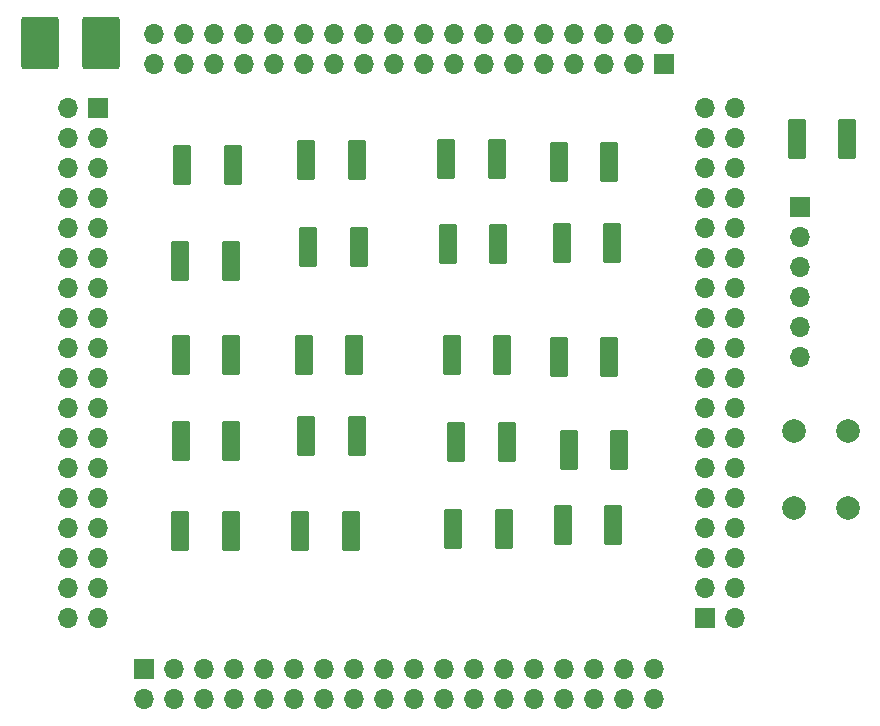
<source format=gbr>
%TF.GenerationSoftware,KiCad,Pcbnew,7.0.0*%
%TF.CreationDate,2023-03-08T02:37:58-06:00*%
%TF.ProjectId,finalproj_breakout,66696e61-6c70-4726-9f6a-5f627265616b,rev?*%
%TF.SameCoordinates,Original*%
%TF.FileFunction,Soldermask,Bot*%
%TF.FilePolarity,Negative*%
%FSLAX46Y46*%
G04 Gerber Fmt 4.6, Leading zero omitted, Abs format (unit mm)*
G04 Created by KiCad (PCBNEW 7.0.0) date 2023-03-08 02:37:58*
%MOMM*%
%LPD*%
G01*
G04 APERTURE LIST*
G04 Aperture macros list*
%AMRoundRect*
0 Rectangle with rounded corners*
0 $1 Rounding radius*
0 $2 $3 $4 $5 $6 $7 $8 $9 X,Y pos of 4 corners*
0 Add a 4 corners polygon primitive as box body*
4,1,4,$2,$3,$4,$5,$6,$7,$8,$9,$2,$3,0*
0 Add four circle primitives for the rounded corners*
1,1,$1+$1,$2,$3*
1,1,$1+$1,$4,$5*
1,1,$1+$1,$6,$7*
1,1,$1+$1,$8,$9*
0 Add four rect primitives between the rounded corners*
20,1,$1+$1,$2,$3,$4,$5,0*
20,1,$1+$1,$4,$5,$6,$7,0*
20,1,$1+$1,$6,$7,$8,$9,0*
20,1,$1+$1,$8,$9,$2,$3,0*%
G04 Aperture macros list end*
%ADD10R,1.700000X1.700000*%
%ADD11O,1.700000X1.700000*%
%ADD12C,2.000000*%
%ADD13RoundRect,0.250000X0.537500X1.450000X-0.537500X1.450000X-0.537500X-1.450000X0.537500X-1.450000X0*%
%ADD14RoundRect,0.250000X1.350000X1.975000X-1.350000X1.975000X-1.350000X-1.975000X1.350000X-1.975000X0*%
G04 APERTURE END LIST*
D10*
%TO.C,J8*%
X226059999Y-65912999D03*
D11*
X226059999Y-68452999D03*
X226059999Y-70992999D03*
X226059999Y-73532999D03*
X226059999Y-76072999D03*
X226059999Y-78612999D03*
%TD*%
D12*
%TO.C,SW1*%
X225624000Y-91440000D03*
X225624000Y-84940000D03*
X230124000Y-91440000D03*
X230124000Y-84940000D03*
%TD*%
D13*
%TO.C,C21*%
X188573500Y-61976000D03*
X184298500Y-61976000D03*
%TD*%
%TO.C,C16*%
X201273500Y-85852000D03*
X196998500Y-85852000D03*
%TD*%
%TO.C,C19*%
X177927000Y-85725000D03*
X173652000Y-85725000D03*
%TD*%
%TO.C,C9*%
X200533000Y-69088000D03*
X196258000Y-69088000D03*
%TD*%
%TO.C,C4*%
X209931000Y-62103000D03*
X205656000Y-62103000D03*
%TD*%
D14*
%TO.C,R1*%
X166938000Y-52070000D03*
X161738000Y-52070000D03*
%TD*%
D10*
%TO.C,J3*%
X218058999Y-100710999D03*
D11*
X220598999Y-100710999D03*
X218058999Y-98170999D03*
X220598999Y-98170999D03*
X218058999Y-95630999D03*
X220598999Y-95630999D03*
X218058999Y-93090999D03*
X220598999Y-93090999D03*
X218058999Y-90550999D03*
X220598999Y-90550999D03*
X218058999Y-88010999D03*
X220598999Y-88010999D03*
X218058999Y-85470999D03*
X220598999Y-85470999D03*
X218058999Y-82930999D03*
X220598999Y-82930999D03*
X218058999Y-80390999D03*
X220598999Y-80390999D03*
X218058999Y-77850999D03*
X220598999Y-77850999D03*
X218058999Y-75310999D03*
X220598999Y-75310999D03*
X218058999Y-72770999D03*
X220598999Y-72770999D03*
X218058999Y-70230999D03*
X220598999Y-70230999D03*
X218058999Y-67690999D03*
X220598999Y-67690999D03*
X218058999Y-65150999D03*
X220598999Y-65150999D03*
X218058999Y-62610999D03*
X220598999Y-62610999D03*
X218058999Y-60070999D03*
X220598999Y-60070999D03*
X218058999Y-57530999D03*
X220598999Y-57530999D03*
%TD*%
D10*
%TO.C,J4*%
X170560999Y-105028999D03*
D11*
X170560999Y-107568999D03*
X173100999Y-105028999D03*
X173100999Y-107568999D03*
X175640999Y-105028999D03*
X175640999Y-107568999D03*
X178180999Y-105028999D03*
X178180999Y-107568999D03*
X180720999Y-105028999D03*
X180720999Y-107568999D03*
X183260999Y-105028999D03*
X183260999Y-107568999D03*
X185800999Y-105028999D03*
X185800999Y-107568999D03*
X188340999Y-105028999D03*
X188340999Y-107568999D03*
X190880999Y-105028999D03*
X190880999Y-107568999D03*
X193420999Y-105028999D03*
X193420999Y-107568999D03*
X195960999Y-105028999D03*
X195960999Y-107568999D03*
X198500999Y-105028999D03*
X198500999Y-107568999D03*
X201040999Y-105028999D03*
X201040999Y-107568999D03*
X203580999Y-105028999D03*
X203580999Y-107568999D03*
X206120999Y-105028999D03*
X206120999Y-107568999D03*
X208660999Y-105028999D03*
X208660999Y-107568999D03*
X211200999Y-105028999D03*
X211200999Y-107568999D03*
X213740999Y-105028999D03*
X213740999Y-107568999D03*
%TD*%
D13*
%TO.C,C11*%
X177905500Y-70485000D03*
X173630500Y-70485000D03*
%TD*%
%TO.C,C12*%
X210185000Y-68961000D03*
X205910000Y-68961000D03*
%TD*%
%TO.C,C14*%
X209931000Y-78613000D03*
X205656000Y-78613000D03*
%TD*%
%TO.C,C23*%
X230102500Y-60198000D03*
X225827500Y-60198000D03*
%TD*%
%TO.C,C20*%
X188573500Y-85344000D03*
X184298500Y-85344000D03*
%TD*%
D10*
%TO.C,J2*%
X166623999Y-57530999D03*
D11*
X164083999Y-57530999D03*
X166623999Y-60070999D03*
X164083999Y-60070999D03*
X166623999Y-62610999D03*
X164083999Y-62610999D03*
X166623999Y-65150999D03*
X164083999Y-65150999D03*
X166623999Y-67690999D03*
X164083999Y-67690999D03*
X166623999Y-70230999D03*
X164083999Y-70230999D03*
X166623999Y-72770999D03*
X164083999Y-72770999D03*
X166623999Y-75310999D03*
X164083999Y-75310999D03*
X166623999Y-77850999D03*
X164083999Y-77850999D03*
X166623999Y-80390999D03*
X164083999Y-80390999D03*
X166623999Y-82930999D03*
X164083999Y-82930999D03*
X166623999Y-85470999D03*
X164083999Y-85470999D03*
X166623999Y-88010999D03*
X164083999Y-88010999D03*
X166623999Y-90550999D03*
X164083999Y-90550999D03*
X166623999Y-93090999D03*
X164083999Y-93090999D03*
X166623999Y-95630999D03*
X164083999Y-95630999D03*
X166623999Y-98170999D03*
X164083999Y-98170999D03*
X166623999Y-100710999D03*
X164083999Y-100710999D03*
%TD*%
D13*
%TO.C,C6*%
X188341000Y-78486000D03*
X184066000Y-78486000D03*
%TD*%
%TO.C,C18*%
X177905500Y-93345000D03*
X173630500Y-93345000D03*
%TD*%
%TO.C,C7*%
X177927000Y-78486000D03*
X173652000Y-78486000D03*
%TD*%
%TO.C,C5*%
X188722000Y-69342000D03*
X184447000Y-69342000D03*
%TD*%
D10*
%TO.C,J1*%
X214614999Y-53852999D03*
D11*
X214614999Y-51312999D03*
X212074999Y-53852999D03*
X212074999Y-51312999D03*
X209534999Y-53852999D03*
X209534999Y-51312999D03*
X206994999Y-53852999D03*
X206994999Y-51312999D03*
X204454999Y-53852999D03*
X204454999Y-51312999D03*
X201914999Y-53852999D03*
X201914999Y-51312999D03*
X199374999Y-53852999D03*
X199374999Y-51312999D03*
X196834999Y-53852999D03*
X196834999Y-51312999D03*
X194294999Y-53852999D03*
X194294999Y-51312999D03*
X191754999Y-53852999D03*
X191754999Y-51312999D03*
X189214999Y-53852999D03*
X189214999Y-51312999D03*
X186674999Y-53852999D03*
X186674999Y-51312999D03*
X184134999Y-53852999D03*
X184134999Y-51312999D03*
X181594999Y-53852999D03*
X181594999Y-51312999D03*
X179054999Y-53852999D03*
X179054999Y-51312999D03*
X176514999Y-53852999D03*
X176514999Y-51312999D03*
X173974999Y-53852999D03*
X173974999Y-51312999D03*
X171434999Y-53852999D03*
X171434999Y-51312999D03*
%TD*%
D13*
%TO.C,C15*%
X188065500Y-93345000D03*
X183790500Y-93345000D03*
%TD*%
%TO.C,C8*%
X200892500Y-78486000D03*
X196617500Y-78486000D03*
%TD*%
%TO.C,C13*%
X210798500Y-86487000D03*
X206523500Y-86487000D03*
%TD*%
%TO.C,C3*%
X200406000Y-61849000D03*
X196131000Y-61849000D03*
%TD*%
%TO.C,C10*%
X210290500Y-92837000D03*
X206015500Y-92837000D03*
%TD*%
%TO.C,C17*%
X201019500Y-93218000D03*
X196744500Y-93218000D03*
%TD*%
%TO.C,C22*%
X178054000Y-62357000D03*
X173779000Y-62357000D03*
%TD*%
M02*

</source>
